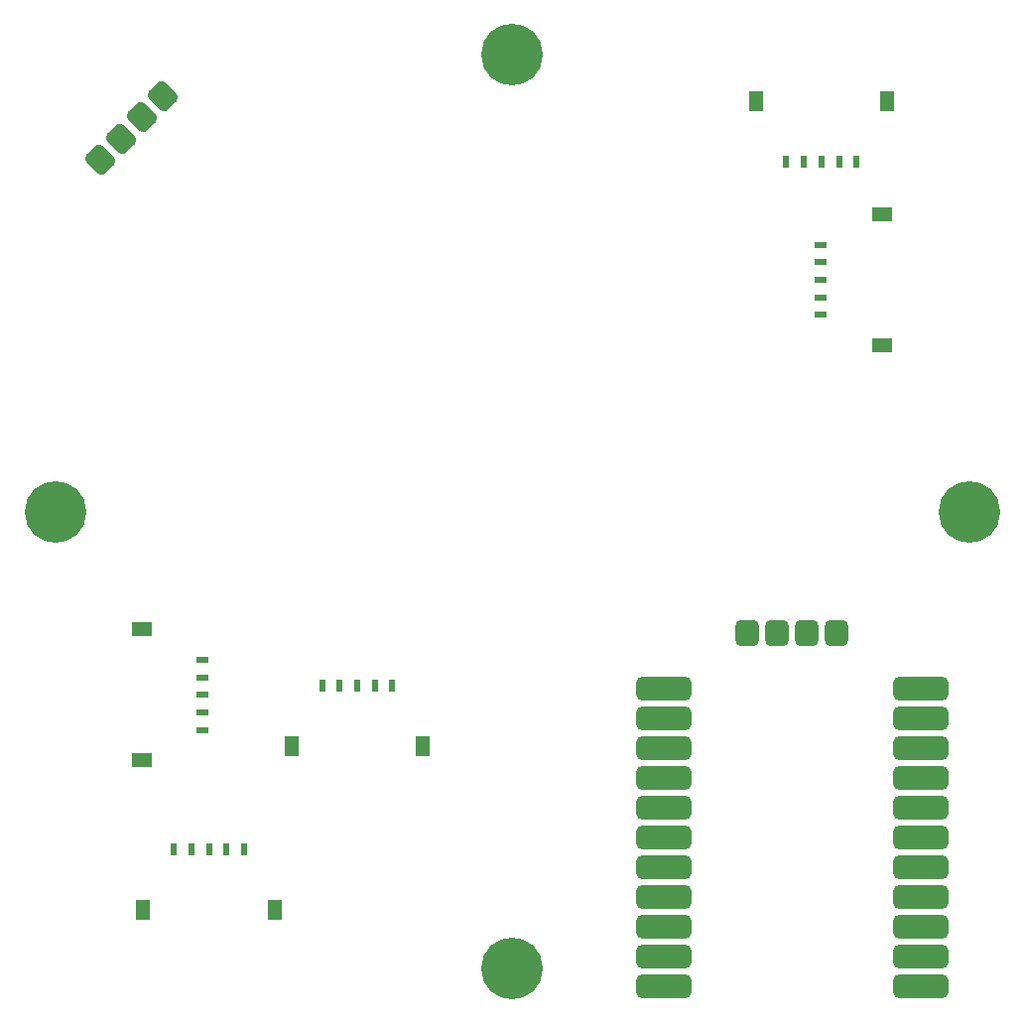
<source format=gbr>
%TF.GenerationSoftware,KiCad,Pcbnew,7.0.1*%
%TF.CreationDate,2024-01-21T14:51:45-07:00*%
%TF.ProjectId,solar-panel-side-Z,736f6c61-722d-4706-916e-656c2d736964,3.1*%
%TF.SameCoordinates,Original*%
%TF.FileFunction,Soldermask,Bot*%
%TF.FilePolarity,Negative*%
%FSLAX46Y46*%
G04 Gerber Fmt 4.6, Leading zero omitted, Abs format (unit mm)*
G04 Created by KiCad (PCBNEW 7.0.1) date 2024-01-21 14:51:45*
%MOMM*%
%LPD*%
G01*
G04 APERTURE LIST*
G04 Aperture macros list*
%AMRoundRect*
0 Rectangle with rounded corners*
0 $1 Rounding radius*
0 $2 $3 $4 $5 $6 $7 $8 $9 X,Y pos of 4 corners*
0 Add a 4 corners polygon primitive as box body*
4,1,4,$2,$3,$4,$5,$6,$7,$8,$9,$2,$3,0*
0 Add four circle primitives for the rounded corners*
1,1,$1+$1,$2,$3*
1,1,$1+$1,$4,$5*
1,1,$1+$1,$6,$7*
1,1,$1+$1,$8,$9*
0 Add four rect primitives between the rounded corners*
20,1,$1+$1,$2,$3,$4,$5,0*
20,1,$1+$1,$4,$5,$6,$7,0*
20,1,$1+$1,$6,$7,$8,$9,0*
20,1,$1+$1,$8,$9,$2,$3,0*%
G04 Aperture macros list end*
%ADD10RoundRect,0.500000X0.802566X-0.095459X-0.095459X0.802566X-0.802566X0.095459X0.095459X-0.802566X0*%
%ADD11R,0.600000X1.000000*%
%ADD12R,1.250000X1.800000*%
%ADD13R,1.000000X0.600000*%
%ADD14R,1.800000X1.250000*%
%ADD15RoundRect,0.500000X1.860000X0.500000X-1.860000X0.500000X-1.860000X-0.500000X1.860000X-0.500000X0*%
%ADD16RoundRect,0.500000X0.500000X-0.635000X0.500000X0.635000X-0.500000X0.635000X-0.500000X-0.635000X0*%
%ADD17C,5.250000*%
G04 APERTURE END LIST*
D10*
%TO.C,U5*%
X119703140Y-49559925D03*
X117907089Y-51355976D03*
X116111037Y-53152028D03*
X114314986Y-54948079D03*
%TD*%
D11*
%TO.C,J9*%
X126618501Y-113810000D03*
X125118501Y-113810000D03*
X123618502Y-113810000D03*
X122118500Y-113810000D03*
X120618500Y-113810000D03*
D12*
X129223500Y-119000000D03*
X118013502Y-119000000D03*
%TD*%
D13*
%TO.C,J8*%
X175830000Y-62211499D03*
X175830000Y-63711499D03*
X175830000Y-65211498D03*
X175830000Y-66711500D03*
X175830000Y-68211500D03*
D14*
X181020000Y-59606500D03*
X181020000Y-70816498D03*
%TD*%
D11*
%TO.C,J3*%
X172881499Y-55130001D03*
X174381499Y-55130001D03*
X175881498Y-55130001D03*
X177381500Y-55130001D03*
X178881500Y-55130001D03*
D12*
X170276500Y-49940001D03*
X181486498Y-49940001D03*
%TD*%
D13*
%TO.C,J2*%
X123080001Y-103618501D03*
X123080001Y-102118501D03*
X123080001Y-100618502D03*
X123080001Y-99118500D03*
X123080001Y-97618500D03*
D14*
X117890001Y-106223500D03*
X117890001Y-95013502D03*
%TD*%
D15*
%TO.C,U4*%
X184400000Y-100080000D03*
X184400000Y-102620000D03*
X184400000Y-105160000D03*
X184400000Y-107700000D03*
X184400000Y-110240000D03*
X184400000Y-112780000D03*
X184400000Y-115320000D03*
X184400000Y-117860000D03*
X184400000Y-120400000D03*
X184400000Y-122940000D03*
X184400000Y-125480000D03*
X162440000Y-100080000D03*
X162440000Y-102620000D03*
X162440000Y-105160000D03*
X162440000Y-107700000D03*
X162440000Y-110240000D03*
X162440000Y-112780000D03*
X162440000Y-115320000D03*
X162440000Y-117860000D03*
X162440000Y-120400000D03*
X162440000Y-122940000D03*
X162440000Y-125480000D03*
D16*
X177160000Y-95365000D03*
X174620000Y-95365000D03*
X172080000Y-95365000D03*
X169540000Y-95365000D03*
%TD*%
D17*
%TO.C,J4*%
X110500000Y-85000000D03*
%TD*%
%TO.C,J5*%
X149500000Y-124000000D03*
%TD*%
%TO.C,J6*%
X149500000Y-46000000D03*
%TD*%
%TO.C,J7*%
X188500000Y-85000000D03*
%TD*%
D11*
%TO.C,J1*%
X139278501Y-99850000D03*
X137778501Y-99850000D03*
X136278502Y-99850000D03*
X134778500Y-99850000D03*
X133278500Y-99850000D03*
D12*
X141883500Y-105040000D03*
X130673502Y-105040000D03*
%TD*%
M02*

</source>
